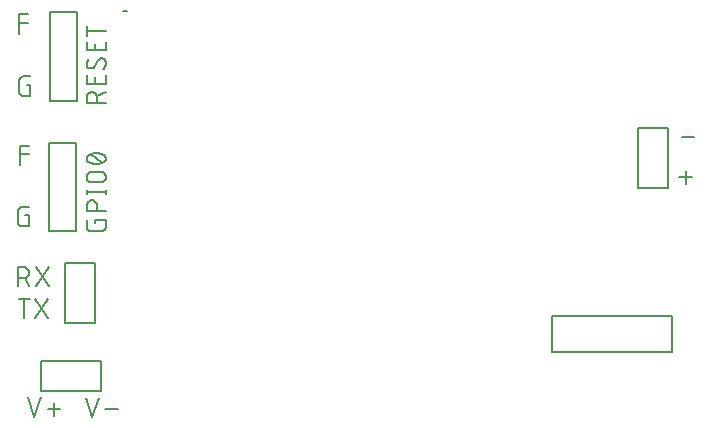
<source format=gbr>
G04 EAGLE Gerber X2 export*
%TF.Part,Single*%
%TF.FileFunction,Legend,Top,1*%
%TF.FilePolarity,Positive*%
%TF.GenerationSoftware,Autodesk,EAGLE,8.6.0*%
%TF.CreationDate,2018-07-05T08:20:44Z*%
G75*
%MOMM*%
%FSLAX34Y34*%
%LPD*%
%AMOC8*
5,1,8,0,0,1.08239X$1,22.5*%
G01*
%ADD10C,0.152400*%
%ADD11C,0.127000*%


D10*
X-373238Y-115738D02*
X-373238Y-99482D01*
X-368722Y-99482D01*
X-368589Y-99484D01*
X-368457Y-99490D01*
X-368325Y-99500D01*
X-368193Y-99513D01*
X-368061Y-99531D01*
X-367931Y-99552D01*
X-367800Y-99577D01*
X-367671Y-99606D01*
X-367543Y-99639D01*
X-367415Y-99675D01*
X-367289Y-99715D01*
X-367164Y-99759D01*
X-367040Y-99807D01*
X-366918Y-99858D01*
X-366797Y-99913D01*
X-366678Y-99971D01*
X-366560Y-100033D01*
X-366445Y-100098D01*
X-366331Y-100167D01*
X-366220Y-100238D01*
X-366111Y-100314D01*
X-366004Y-100392D01*
X-365899Y-100473D01*
X-365797Y-100558D01*
X-365697Y-100645D01*
X-365600Y-100735D01*
X-365505Y-100828D01*
X-365414Y-100924D01*
X-365325Y-101022D01*
X-365239Y-101123D01*
X-365156Y-101227D01*
X-365076Y-101333D01*
X-365000Y-101441D01*
X-364926Y-101551D01*
X-364856Y-101664D01*
X-364789Y-101778D01*
X-364726Y-101895D01*
X-364666Y-102013D01*
X-364609Y-102133D01*
X-364556Y-102255D01*
X-364507Y-102378D01*
X-364461Y-102502D01*
X-364419Y-102628D01*
X-364381Y-102755D01*
X-364346Y-102883D01*
X-364315Y-103012D01*
X-364288Y-103141D01*
X-364265Y-103272D01*
X-364245Y-103403D01*
X-364230Y-103535D01*
X-364218Y-103667D01*
X-364210Y-103799D01*
X-364206Y-103932D01*
X-364206Y-104064D01*
X-364210Y-104197D01*
X-364218Y-104329D01*
X-364230Y-104461D01*
X-364245Y-104593D01*
X-364265Y-104724D01*
X-364288Y-104855D01*
X-364315Y-104984D01*
X-364346Y-105113D01*
X-364381Y-105241D01*
X-364419Y-105368D01*
X-364461Y-105494D01*
X-364507Y-105618D01*
X-364556Y-105741D01*
X-364609Y-105863D01*
X-364666Y-105983D01*
X-364726Y-106101D01*
X-364789Y-106218D01*
X-364856Y-106332D01*
X-364926Y-106445D01*
X-365000Y-106555D01*
X-365076Y-106663D01*
X-365156Y-106769D01*
X-365239Y-106873D01*
X-365325Y-106974D01*
X-365414Y-107072D01*
X-365505Y-107168D01*
X-365600Y-107261D01*
X-365697Y-107351D01*
X-365797Y-107438D01*
X-365899Y-107523D01*
X-366004Y-107604D01*
X-366111Y-107682D01*
X-366220Y-107758D01*
X-366331Y-107829D01*
X-366445Y-107898D01*
X-366560Y-107963D01*
X-366678Y-108025D01*
X-366797Y-108083D01*
X-366918Y-108138D01*
X-367040Y-108189D01*
X-367164Y-108237D01*
X-367289Y-108281D01*
X-367415Y-108321D01*
X-367543Y-108357D01*
X-367671Y-108390D01*
X-367800Y-108419D01*
X-367931Y-108444D01*
X-368061Y-108465D01*
X-368193Y-108483D01*
X-368325Y-108496D01*
X-368457Y-108506D01*
X-368589Y-108512D01*
X-368722Y-108514D01*
X-368722Y-108513D02*
X-373238Y-108513D01*
X-367819Y-108513D02*
X-364207Y-115738D01*
X-358601Y-115738D02*
X-347764Y-99482D01*
X-358601Y-99482D02*
X-347764Y-115738D01*
X-368222Y-126482D02*
X-368222Y-142738D01*
X-372738Y-126482D02*
X-363707Y-126482D01*
X-348215Y-126482D02*
X-359052Y-142738D01*
X-348215Y-142738D02*
X-359052Y-126482D01*
X-315518Y39762D02*
X-299262Y39762D01*
X-315518Y39762D02*
X-315518Y44278D01*
X-315516Y44411D01*
X-315510Y44543D01*
X-315500Y44675D01*
X-315487Y44807D01*
X-315469Y44939D01*
X-315448Y45069D01*
X-315423Y45200D01*
X-315394Y45329D01*
X-315361Y45457D01*
X-315325Y45585D01*
X-315285Y45711D01*
X-315241Y45836D01*
X-315193Y45960D01*
X-315142Y46082D01*
X-315087Y46203D01*
X-315029Y46322D01*
X-314967Y46440D01*
X-314902Y46555D01*
X-314833Y46669D01*
X-314762Y46780D01*
X-314686Y46889D01*
X-314608Y46996D01*
X-314527Y47101D01*
X-314442Y47203D01*
X-314355Y47303D01*
X-314265Y47400D01*
X-314172Y47495D01*
X-314076Y47586D01*
X-313978Y47675D01*
X-313877Y47761D01*
X-313773Y47844D01*
X-313667Y47924D01*
X-313559Y48000D01*
X-313449Y48074D01*
X-313336Y48144D01*
X-313222Y48211D01*
X-313105Y48274D01*
X-312987Y48334D01*
X-312867Y48391D01*
X-312745Y48444D01*
X-312622Y48493D01*
X-312498Y48539D01*
X-312372Y48581D01*
X-312245Y48619D01*
X-312117Y48654D01*
X-311988Y48685D01*
X-311859Y48712D01*
X-311728Y48735D01*
X-311597Y48755D01*
X-311465Y48770D01*
X-311333Y48782D01*
X-311201Y48790D01*
X-311068Y48794D01*
X-310936Y48794D01*
X-310803Y48790D01*
X-310671Y48782D01*
X-310539Y48770D01*
X-310407Y48755D01*
X-310276Y48735D01*
X-310145Y48712D01*
X-310016Y48685D01*
X-309887Y48654D01*
X-309759Y48619D01*
X-309632Y48581D01*
X-309506Y48539D01*
X-309382Y48493D01*
X-309259Y48444D01*
X-309137Y48391D01*
X-309017Y48334D01*
X-308899Y48274D01*
X-308782Y48211D01*
X-308668Y48144D01*
X-308555Y48074D01*
X-308445Y48000D01*
X-308337Y47924D01*
X-308231Y47844D01*
X-308127Y47761D01*
X-308026Y47675D01*
X-307928Y47586D01*
X-307832Y47495D01*
X-307739Y47400D01*
X-307649Y47303D01*
X-307562Y47203D01*
X-307477Y47101D01*
X-307396Y46996D01*
X-307318Y46889D01*
X-307242Y46780D01*
X-307171Y46669D01*
X-307102Y46555D01*
X-307037Y46440D01*
X-306975Y46322D01*
X-306917Y46203D01*
X-306862Y46082D01*
X-306811Y45960D01*
X-306763Y45836D01*
X-306719Y45711D01*
X-306679Y45585D01*
X-306643Y45457D01*
X-306610Y45329D01*
X-306581Y45200D01*
X-306556Y45069D01*
X-306535Y44939D01*
X-306517Y44807D01*
X-306504Y44675D01*
X-306494Y44543D01*
X-306488Y44411D01*
X-306486Y44278D01*
X-306487Y44278D02*
X-306487Y39762D01*
X-306487Y45181D02*
X-299262Y48793D01*
X-299262Y55853D02*
X-299262Y63077D01*
X-299262Y55853D02*
X-315518Y55853D01*
X-315518Y63077D01*
X-308293Y61271D02*
X-308293Y55853D01*
X-299262Y73746D02*
X-299264Y73864D01*
X-299270Y73982D01*
X-299279Y74100D01*
X-299293Y74217D01*
X-299310Y74334D01*
X-299331Y74451D01*
X-299356Y74566D01*
X-299385Y74681D01*
X-299418Y74795D01*
X-299454Y74907D01*
X-299494Y75018D01*
X-299537Y75128D01*
X-299584Y75237D01*
X-299634Y75344D01*
X-299689Y75449D01*
X-299746Y75552D01*
X-299807Y75653D01*
X-299871Y75753D01*
X-299938Y75850D01*
X-300008Y75945D01*
X-300082Y76037D01*
X-300158Y76128D01*
X-300238Y76215D01*
X-300320Y76300D01*
X-300405Y76382D01*
X-300492Y76462D01*
X-300583Y76538D01*
X-300675Y76612D01*
X-300770Y76682D01*
X-300867Y76749D01*
X-300967Y76813D01*
X-301068Y76874D01*
X-301171Y76931D01*
X-301276Y76986D01*
X-301383Y77036D01*
X-301492Y77083D01*
X-301602Y77126D01*
X-301713Y77166D01*
X-301825Y77202D01*
X-301939Y77235D01*
X-302054Y77264D01*
X-302169Y77289D01*
X-302286Y77310D01*
X-302403Y77327D01*
X-302520Y77341D01*
X-302638Y77350D01*
X-302756Y77356D01*
X-302874Y77358D01*
X-299262Y73746D02*
X-299264Y73563D01*
X-299271Y73381D01*
X-299282Y73199D01*
X-299297Y73017D01*
X-299317Y72835D01*
X-299340Y72654D01*
X-299369Y72474D01*
X-299401Y72294D01*
X-299438Y72115D01*
X-299479Y71938D01*
X-299525Y71761D01*
X-299574Y71585D01*
X-299628Y71411D01*
X-299686Y71237D01*
X-299748Y71066D01*
X-299814Y70896D01*
X-299885Y70727D01*
X-299959Y70560D01*
X-300037Y70395D01*
X-300119Y70232D01*
X-300205Y70071D01*
X-300295Y69912D01*
X-300389Y69755D01*
X-300486Y69601D01*
X-300587Y69449D01*
X-300692Y69299D01*
X-300800Y69152D01*
X-300911Y69008D01*
X-301026Y68866D01*
X-301145Y68727D01*
X-301267Y68591D01*
X-301392Y68458D01*
X-301520Y68328D01*
X-311906Y68780D02*
X-312024Y68782D01*
X-312142Y68788D01*
X-312260Y68797D01*
X-312377Y68811D01*
X-312494Y68828D01*
X-312611Y68849D01*
X-312726Y68874D01*
X-312841Y68903D01*
X-312955Y68936D01*
X-313067Y68972D01*
X-313178Y69012D01*
X-313288Y69055D01*
X-313397Y69102D01*
X-313504Y69152D01*
X-313609Y69207D01*
X-313712Y69264D01*
X-313813Y69325D01*
X-313913Y69389D01*
X-314010Y69456D01*
X-314105Y69526D01*
X-314197Y69600D01*
X-314288Y69676D01*
X-314375Y69756D01*
X-314460Y69838D01*
X-314542Y69923D01*
X-314622Y70010D01*
X-314698Y70101D01*
X-314772Y70193D01*
X-314842Y70288D01*
X-314909Y70385D01*
X-314973Y70485D01*
X-315034Y70586D01*
X-315092Y70689D01*
X-315146Y70794D01*
X-315196Y70901D01*
X-315243Y71010D01*
X-315287Y71120D01*
X-315326Y71231D01*
X-315362Y71344D01*
X-315395Y71457D01*
X-315424Y71572D01*
X-315449Y71687D01*
X-315470Y71804D01*
X-315487Y71921D01*
X-315501Y72038D01*
X-315510Y72156D01*
X-315516Y72274D01*
X-315518Y72392D01*
X-315516Y72553D01*
X-315510Y72715D01*
X-315501Y72876D01*
X-315487Y73037D01*
X-315470Y73197D01*
X-315449Y73357D01*
X-315424Y73517D01*
X-315395Y73676D01*
X-315363Y73834D01*
X-315327Y73991D01*
X-315287Y74147D01*
X-315243Y74303D01*
X-315195Y74457D01*
X-315144Y74610D01*
X-315090Y74762D01*
X-315031Y74913D01*
X-314970Y75062D01*
X-314904Y75209D01*
X-314835Y75355D01*
X-314763Y75500D01*
X-314687Y75642D01*
X-314608Y75783D01*
X-314526Y75922D01*
X-314440Y76058D01*
X-314351Y76193D01*
X-314259Y76326D01*
X-314163Y76456D01*
X-308745Y70585D02*
X-308807Y70484D01*
X-308872Y70384D01*
X-308941Y70287D01*
X-309013Y70192D01*
X-309087Y70099D01*
X-309165Y70009D01*
X-309246Y69921D01*
X-309329Y69836D01*
X-309415Y69754D01*
X-309504Y69675D01*
X-309595Y69598D01*
X-309689Y69525D01*
X-309785Y69454D01*
X-309883Y69387D01*
X-309983Y69323D01*
X-310086Y69262D01*
X-310190Y69205D01*
X-310296Y69151D01*
X-310404Y69101D01*
X-310513Y69054D01*
X-310624Y69010D01*
X-310736Y68970D01*
X-310850Y68934D01*
X-310964Y68902D01*
X-311080Y68873D01*
X-311196Y68848D01*
X-311313Y68827D01*
X-311431Y68810D01*
X-311549Y68796D01*
X-311668Y68787D01*
X-311787Y68781D01*
X-311906Y68779D01*
X-306035Y75553D02*
X-305973Y75654D01*
X-305908Y75754D01*
X-305839Y75851D01*
X-305767Y75946D01*
X-305693Y76039D01*
X-305615Y76129D01*
X-305534Y76217D01*
X-305451Y76302D01*
X-305365Y76384D01*
X-305276Y76463D01*
X-305185Y76540D01*
X-305091Y76613D01*
X-304995Y76684D01*
X-304897Y76751D01*
X-304797Y76815D01*
X-304694Y76876D01*
X-304590Y76933D01*
X-304484Y76987D01*
X-304376Y77037D01*
X-304267Y77084D01*
X-304156Y77128D01*
X-304044Y77168D01*
X-303930Y77204D01*
X-303816Y77236D01*
X-303700Y77265D01*
X-303584Y77290D01*
X-303467Y77311D01*
X-303349Y77328D01*
X-303231Y77342D01*
X-303112Y77351D01*
X-302993Y77357D01*
X-302874Y77359D01*
X-306035Y75553D02*
X-308745Y70585D01*
X-299262Y83989D02*
X-299262Y91214D01*
X-299262Y83989D02*
X-315518Y83989D01*
X-315518Y91214D01*
X-308293Y89407D02*
X-308293Y83989D01*
X-315518Y100458D02*
X-299262Y100458D01*
X-315518Y95943D02*
X-315518Y104974D01*
X-308293Y-59707D02*
X-308293Y-62416D01*
X-308293Y-59707D02*
X-299262Y-59707D01*
X-299262Y-65126D01*
X-299264Y-65244D01*
X-299270Y-65362D01*
X-299279Y-65480D01*
X-299293Y-65597D01*
X-299310Y-65714D01*
X-299331Y-65831D01*
X-299356Y-65946D01*
X-299385Y-66061D01*
X-299418Y-66175D01*
X-299454Y-66287D01*
X-299494Y-66398D01*
X-299537Y-66508D01*
X-299584Y-66617D01*
X-299634Y-66724D01*
X-299689Y-66829D01*
X-299746Y-66932D01*
X-299807Y-67033D01*
X-299871Y-67133D01*
X-299938Y-67230D01*
X-300008Y-67325D01*
X-300082Y-67417D01*
X-300158Y-67508D01*
X-300238Y-67595D01*
X-300320Y-67680D01*
X-300405Y-67762D01*
X-300492Y-67842D01*
X-300583Y-67918D01*
X-300675Y-67992D01*
X-300770Y-68062D01*
X-300867Y-68129D01*
X-300967Y-68193D01*
X-301068Y-68254D01*
X-301171Y-68311D01*
X-301276Y-68366D01*
X-301383Y-68416D01*
X-301492Y-68463D01*
X-301602Y-68506D01*
X-301713Y-68546D01*
X-301825Y-68582D01*
X-301939Y-68615D01*
X-302054Y-68644D01*
X-302169Y-68669D01*
X-302286Y-68690D01*
X-302403Y-68707D01*
X-302520Y-68721D01*
X-302638Y-68730D01*
X-302756Y-68736D01*
X-302874Y-68738D01*
X-311906Y-68738D01*
X-312024Y-68736D01*
X-312142Y-68730D01*
X-312260Y-68721D01*
X-312377Y-68707D01*
X-312494Y-68690D01*
X-312611Y-68669D01*
X-312726Y-68644D01*
X-312841Y-68615D01*
X-312955Y-68582D01*
X-313067Y-68546D01*
X-313178Y-68506D01*
X-313288Y-68463D01*
X-313397Y-68416D01*
X-313504Y-68366D01*
X-313609Y-68312D01*
X-313712Y-68254D01*
X-313813Y-68193D01*
X-313913Y-68129D01*
X-314010Y-68062D01*
X-314105Y-67992D01*
X-314197Y-67918D01*
X-314288Y-67842D01*
X-314375Y-67762D01*
X-314460Y-67680D01*
X-314542Y-67595D01*
X-314622Y-67508D01*
X-314698Y-67417D01*
X-314772Y-67325D01*
X-314842Y-67230D01*
X-314909Y-67133D01*
X-314973Y-67033D01*
X-315034Y-66932D01*
X-315091Y-66829D01*
X-315145Y-66724D01*
X-315196Y-66617D01*
X-315243Y-66508D01*
X-315286Y-66398D01*
X-315326Y-66287D01*
X-315362Y-66175D01*
X-315395Y-66061D01*
X-315424Y-65946D01*
X-315449Y-65831D01*
X-315470Y-65714D01*
X-315487Y-65597D01*
X-315501Y-65480D01*
X-315510Y-65362D01*
X-315516Y-65244D01*
X-315518Y-65126D01*
X-315518Y-59707D01*
X-315518Y-51854D02*
X-299262Y-51854D01*
X-315518Y-51854D02*
X-315518Y-47338D01*
X-315516Y-47205D01*
X-315510Y-47073D01*
X-315500Y-46941D01*
X-315487Y-46809D01*
X-315469Y-46677D01*
X-315448Y-46547D01*
X-315423Y-46416D01*
X-315394Y-46287D01*
X-315361Y-46159D01*
X-315325Y-46031D01*
X-315285Y-45905D01*
X-315241Y-45780D01*
X-315193Y-45656D01*
X-315142Y-45534D01*
X-315087Y-45413D01*
X-315029Y-45294D01*
X-314967Y-45176D01*
X-314902Y-45061D01*
X-314833Y-44947D01*
X-314762Y-44836D01*
X-314686Y-44727D01*
X-314608Y-44620D01*
X-314527Y-44515D01*
X-314442Y-44413D01*
X-314355Y-44313D01*
X-314265Y-44216D01*
X-314172Y-44121D01*
X-314076Y-44030D01*
X-313978Y-43941D01*
X-313877Y-43855D01*
X-313773Y-43772D01*
X-313667Y-43692D01*
X-313559Y-43616D01*
X-313449Y-43542D01*
X-313336Y-43472D01*
X-313222Y-43405D01*
X-313105Y-43342D01*
X-312987Y-43282D01*
X-312867Y-43225D01*
X-312745Y-43172D01*
X-312622Y-43123D01*
X-312498Y-43077D01*
X-312372Y-43035D01*
X-312245Y-42997D01*
X-312117Y-42962D01*
X-311988Y-42931D01*
X-311859Y-42904D01*
X-311728Y-42881D01*
X-311597Y-42861D01*
X-311465Y-42846D01*
X-311333Y-42834D01*
X-311201Y-42826D01*
X-311068Y-42822D01*
X-310936Y-42822D01*
X-310803Y-42826D01*
X-310671Y-42834D01*
X-310539Y-42846D01*
X-310407Y-42861D01*
X-310276Y-42881D01*
X-310145Y-42904D01*
X-310016Y-42931D01*
X-309887Y-42962D01*
X-309759Y-42997D01*
X-309632Y-43035D01*
X-309506Y-43077D01*
X-309382Y-43123D01*
X-309259Y-43172D01*
X-309137Y-43225D01*
X-309017Y-43282D01*
X-308899Y-43342D01*
X-308782Y-43405D01*
X-308668Y-43472D01*
X-308555Y-43542D01*
X-308445Y-43616D01*
X-308337Y-43692D01*
X-308231Y-43772D01*
X-308127Y-43855D01*
X-308026Y-43941D01*
X-307928Y-44030D01*
X-307832Y-44121D01*
X-307739Y-44216D01*
X-307649Y-44313D01*
X-307562Y-44413D01*
X-307477Y-44515D01*
X-307396Y-44620D01*
X-307318Y-44727D01*
X-307242Y-44836D01*
X-307171Y-44947D01*
X-307102Y-45061D01*
X-307037Y-45176D01*
X-306975Y-45294D01*
X-306917Y-45413D01*
X-306862Y-45534D01*
X-306811Y-45656D01*
X-306763Y-45780D01*
X-306719Y-45905D01*
X-306679Y-46031D01*
X-306643Y-46159D01*
X-306610Y-46287D01*
X-306581Y-46416D01*
X-306556Y-46547D01*
X-306535Y-46677D01*
X-306517Y-46809D01*
X-306504Y-46941D01*
X-306494Y-47073D01*
X-306488Y-47205D01*
X-306486Y-47338D01*
X-306487Y-47338D02*
X-306487Y-51854D01*
X-299262Y-35565D02*
X-315518Y-35565D01*
X-299262Y-37371D02*
X-299262Y-33759D01*
X-315518Y-33759D02*
X-315518Y-37371D01*
X-311002Y-27576D02*
X-303778Y-27576D01*
X-311002Y-27576D02*
X-311135Y-27574D01*
X-311267Y-27568D01*
X-311399Y-27558D01*
X-311531Y-27545D01*
X-311663Y-27527D01*
X-311793Y-27506D01*
X-311924Y-27481D01*
X-312053Y-27452D01*
X-312181Y-27419D01*
X-312309Y-27383D01*
X-312435Y-27343D01*
X-312560Y-27299D01*
X-312684Y-27251D01*
X-312806Y-27200D01*
X-312927Y-27145D01*
X-313046Y-27087D01*
X-313164Y-27025D01*
X-313279Y-26960D01*
X-313393Y-26891D01*
X-313504Y-26820D01*
X-313613Y-26744D01*
X-313720Y-26666D01*
X-313825Y-26585D01*
X-313927Y-26500D01*
X-314027Y-26413D01*
X-314124Y-26323D01*
X-314219Y-26230D01*
X-314310Y-26134D01*
X-314399Y-26036D01*
X-314485Y-25935D01*
X-314568Y-25831D01*
X-314648Y-25725D01*
X-314724Y-25617D01*
X-314798Y-25507D01*
X-314868Y-25394D01*
X-314935Y-25280D01*
X-314998Y-25163D01*
X-315058Y-25045D01*
X-315115Y-24925D01*
X-315168Y-24803D01*
X-315217Y-24680D01*
X-315263Y-24556D01*
X-315305Y-24430D01*
X-315343Y-24303D01*
X-315378Y-24175D01*
X-315409Y-24046D01*
X-315436Y-23917D01*
X-315459Y-23786D01*
X-315479Y-23655D01*
X-315494Y-23523D01*
X-315506Y-23391D01*
X-315514Y-23259D01*
X-315518Y-23126D01*
X-315518Y-22994D01*
X-315514Y-22861D01*
X-315506Y-22729D01*
X-315494Y-22597D01*
X-315479Y-22465D01*
X-315459Y-22334D01*
X-315436Y-22203D01*
X-315409Y-22074D01*
X-315378Y-21945D01*
X-315343Y-21817D01*
X-315305Y-21690D01*
X-315263Y-21564D01*
X-315217Y-21440D01*
X-315168Y-21317D01*
X-315115Y-21195D01*
X-315058Y-21075D01*
X-314998Y-20957D01*
X-314935Y-20840D01*
X-314868Y-20726D01*
X-314798Y-20613D01*
X-314724Y-20503D01*
X-314648Y-20395D01*
X-314568Y-20289D01*
X-314485Y-20185D01*
X-314399Y-20084D01*
X-314310Y-19986D01*
X-314219Y-19890D01*
X-314124Y-19797D01*
X-314027Y-19707D01*
X-313927Y-19620D01*
X-313825Y-19535D01*
X-313720Y-19454D01*
X-313613Y-19376D01*
X-313504Y-19300D01*
X-313393Y-19229D01*
X-313279Y-19160D01*
X-313164Y-19095D01*
X-313046Y-19033D01*
X-312927Y-18975D01*
X-312806Y-18920D01*
X-312684Y-18869D01*
X-312560Y-18821D01*
X-312435Y-18777D01*
X-312309Y-18737D01*
X-312181Y-18701D01*
X-312053Y-18668D01*
X-311924Y-18639D01*
X-311793Y-18614D01*
X-311663Y-18593D01*
X-311531Y-18575D01*
X-311399Y-18562D01*
X-311267Y-18552D01*
X-311135Y-18546D01*
X-311002Y-18544D01*
X-311002Y-18545D02*
X-303778Y-18545D01*
X-303778Y-18544D02*
X-303645Y-18546D01*
X-303513Y-18552D01*
X-303381Y-18562D01*
X-303249Y-18575D01*
X-303117Y-18593D01*
X-302987Y-18614D01*
X-302856Y-18639D01*
X-302727Y-18668D01*
X-302599Y-18701D01*
X-302471Y-18737D01*
X-302345Y-18777D01*
X-302220Y-18821D01*
X-302096Y-18869D01*
X-301974Y-18920D01*
X-301853Y-18975D01*
X-301734Y-19033D01*
X-301616Y-19095D01*
X-301501Y-19160D01*
X-301387Y-19229D01*
X-301276Y-19300D01*
X-301167Y-19376D01*
X-301060Y-19454D01*
X-300955Y-19535D01*
X-300853Y-19620D01*
X-300753Y-19707D01*
X-300656Y-19797D01*
X-300561Y-19890D01*
X-300470Y-19986D01*
X-300381Y-20084D01*
X-300295Y-20185D01*
X-300212Y-20289D01*
X-300132Y-20395D01*
X-300056Y-20503D01*
X-299982Y-20613D01*
X-299912Y-20726D01*
X-299845Y-20840D01*
X-299782Y-20957D01*
X-299722Y-21075D01*
X-299665Y-21195D01*
X-299612Y-21317D01*
X-299563Y-21440D01*
X-299517Y-21564D01*
X-299475Y-21690D01*
X-299437Y-21817D01*
X-299402Y-21945D01*
X-299371Y-22074D01*
X-299344Y-22203D01*
X-299321Y-22334D01*
X-299301Y-22465D01*
X-299286Y-22597D01*
X-299274Y-22729D01*
X-299266Y-22861D01*
X-299262Y-22994D01*
X-299262Y-23126D01*
X-299266Y-23259D01*
X-299274Y-23391D01*
X-299286Y-23523D01*
X-299301Y-23655D01*
X-299321Y-23786D01*
X-299344Y-23917D01*
X-299371Y-24046D01*
X-299402Y-24175D01*
X-299437Y-24303D01*
X-299475Y-24430D01*
X-299517Y-24556D01*
X-299563Y-24680D01*
X-299612Y-24803D01*
X-299665Y-24925D01*
X-299722Y-25045D01*
X-299782Y-25163D01*
X-299845Y-25280D01*
X-299912Y-25394D01*
X-299982Y-25507D01*
X-300056Y-25617D01*
X-300132Y-25725D01*
X-300212Y-25831D01*
X-300295Y-25935D01*
X-300381Y-26036D01*
X-300470Y-26134D01*
X-300561Y-26230D01*
X-300656Y-26323D01*
X-300753Y-26413D01*
X-300853Y-26500D01*
X-300955Y-26585D01*
X-301060Y-26666D01*
X-301167Y-26744D01*
X-301276Y-26820D01*
X-301387Y-26891D01*
X-301501Y-26960D01*
X-301616Y-27025D01*
X-301734Y-27087D01*
X-301853Y-27145D01*
X-301974Y-27200D01*
X-302096Y-27251D01*
X-302220Y-27299D01*
X-302345Y-27343D01*
X-302471Y-27383D01*
X-302599Y-27419D01*
X-302727Y-27452D01*
X-302856Y-27481D01*
X-302987Y-27506D01*
X-303117Y-27527D01*
X-303249Y-27545D01*
X-303381Y-27558D01*
X-303513Y-27568D01*
X-303645Y-27574D01*
X-303778Y-27576D01*
X-307390Y-11944D02*
X-307710Y-11940D01*
X-308029Y-11929D01*
X-308349Y-11910D01*
X-308667Y-11883D01*
X-308985Y-11849D01*
X-309302Y-11807D01*
X-309618Y-11757D01*
X-309933Y-11700D01*
X-310246Y-11636D01*
X-310558Y-11564D01*
X-310868Y-11485D01*
X-311175Y-11398D01*
X-311481Y-11304D01*
X-311784Y-11203D01*
X-312085Y-11094D01*
X-312383Y-10979D01*
X-312679Y-10856D01*
X-312971Y-10726D01*
X-313260Y-10589D01*
X-313261Y-10590D02*
X-313369Y-10551D01*
X-313476Y-10508D01*
X-313581Y-10462D01*
X-313685Y-10411D01*
X-313787Y-10358D01*
X-313887Y-10301D01*
X-313985Y-10240D01*
X-314080Y-10176D01*
X-314174Y-10109D01*
X-314265Y-10038D01*
X-314354Y-9965D01*
X-314440Y-9888D01*
X-314523Y-9809D01*
X-314604Y-9727D01*
X-314682Y-9642D01*
X-314756Y-9554D01*
X-314828Y-9464D01*
X-314896Y-9372D01*
X-314962Y-9277D01*
X-315024Y-9180D01*
X-315082Y-9081D01*
X-315138Y-8979D01*
X-315189Y-8877D01*
X-315237Y-8772D01*
X-315282Y-8666D01*
X-315323Y-8558D01*
X-315360Y-8449D01*
X-315393Y-8339D01*
X-315422Y-8227D01*
X-315448Y-8115D01*
X-315470Y-8002D01*
X-315487Y-7888D01*
X-315501Y-7774D01*
X-315511Y-7659D01*
X-315517Y-7544D01*
X-315519Y-7429D01*
X-315518Y-7429D02*
X-315516Y-7314D01*
X-315510Y-7199D01*
X-315500Y-7084D01*
X-315486Y-6970D01*
X-315469Y-6856D01*
X-315447Y-6743D01*
X-315421Y-6631D01*
X-315392Y-6519D01*
X-315359Y-6409D01*
X-315322Y-6300D01*
X-315281Y-6192D01*
X-315236Y-6086D01*
X-315188Y-5982D01*
X-315137Y-5879D01*
X-315081Y-5778D01*
X-315023Y-5678D01*
X-314961Y-5581D01*
X-314896Y-5487D01*
X-314827Y-5394D01*
X-314755Y-5304D01*
X-314681Y-5216D01*
X-314603Y-5131D01*
X-314522Y-5049D01*
X-314439Y-4970D01*
X-314353Y-4893D01*
X-314264Y-4820D01*
X-314173Y-4749D01*
X-314079Y-4682D01*
X-313984Y-4618D01*
X-313886Y-4557D01*
X-313786Y-4500D01*
X-313684Y-4447D01*
X-313580Y-4396D01*
X-313475Y-4350D01*
X-313368Y-4307D01*
X-313260Y-4268D01*
X-313260Y-4269D02*
X-312971Y-4132D01*
X-312679Y-4002D01*
X-312383Y-3879D01*
X-312085Y-3764D01*
X-311784Y-3655D01*
X-311481Y-3554D01*
X-311175Y-3460D01*
X-310868Y-3373D01*
X-310558Y-3294D01*
X-310246Y-3222D01*
X-309933Y-3158D01*
X-309618Y-3101D01*
X-309302Y-3051D01*
X-308985Y-3009D01*
X-308667Y-2975D01*
X-308349Y-2948D01*
X-308029Y-2929D01*
X-307710Y-2918D01*
X-307390Y-2914D01*
X-307390Y-11944D02*
X-307070Y-11940D01*
X-306751Y-11929D01*
X-306431Y-11910D01*
X-306113Y-11883D01*
X-305795Y-11849D01*
X-305478Y-11807D01*
X-305162Y-11757D01*
X-304847Y-11700D01*
X-304534Y-11636D01*
X-304222Y-11564D01*
X-303912Y-11485D01*
X-303605Y-11398D01*
X-303299Y-11304D01*
X-302996Y-11203D01*
X-302695Y-11094D01*
X-302397Y-10979D01*
X-302101Y-10856D01*
X-301809Y-10726D01*
X-301520Y-10589D01*
X-301520Y-10590D02*
X-301412Y-10551D01*
X-301305Y-10508D01*
X-301200Y-10462D01*
X-301096Y-10411D01*
X-300994Y-10358D01*
X-300894Y-10301D01*
X-300796Y-10240D01*
X-300701Y-10176D01*
X-300607Y-10109D01*
X-300516Y-10038D01*
X-300427Y-9965D01*
X-300341Y-9888D01*
X-300258Y-9809D01*
X-300177Y-9727D01*
X-300099Y-9642D01*
X-300025Y-9554D01*
X-299953Y-9464D01*
X-299884Y-9371D01*
X-299819Y-9277D01*
X-299757Y-9180D01*
X-299699Y-9080D01*
X-299643Y-8979D01*
X-299592Y-8877D01*
X-299544Y-8772D01*
X-299499Y-8666D01*
X-299458Y-8558D01*
X-299421Y-8449D01*
X-299388Y-8339D01*
X-299359Y-8227D01*
X-299333Y-8115D01*
X-299311Y-8002D01*
X-299294Y-7888D01*
X-299280Y-7774D01*
X-299270Y-7659D01*
X-299264Y-7544D01*
X-299262Y-7429D01*
X-301520Y-4269D02*
X-301809Y-4132D01*
X-302101Y-4002D01*
X-302397Y-3879D01*
X-302695Y-3764D01*
X-302996Y-3655D01*
X-303299Y-3554D01*
X-303605Y-3460D01*
X-303912Y-3373D01*
X-304222Y-3294D01*
X-304534Y-3222D01*
X-304847Y-3158D01*
X-305162Y-3101D01*
X-305478Y-3051D01*
X-305795Y-3009D01*
X-306113Y-2975D01*
X-306431Y-2948D01*
X-306751Y-2929D01*
X-307070Y-2918D01*
X-307390Y-2914D01*
X-301520Y-4268D02*
X-301412Y-4307D01*
X-301305Y-4350D01*
X-301200Y-4396D01*
X-301096Y-4447D01*
X-300994Y-4500D01*
X-300894Y-4558D01*
X-300796Y-4618D01*
X-300701Y-4682D01*
X-300607Y-4749D01*
X-300516Y-4820D01*
X-300427Y-4893D01*
X-300341Y-4970D01*
X-300258Y-5049D01*
X-300177Y-5131D01*
X-300099Y-5216D01*
X-300025Y-5304D01*
X-299953Y-5394D01*
X-299884Y-5487D01*
X-299819Y-5581D01*
X-299757Y-5678D01*
X-299699Y-5778D01*
X-299643Y-5879D01*
X-299592Y-5982D01*
X-299544Y-6086D01*
X-299499Y-6192D01*
X-299458Y-6300D01*
X-299421Y-6409D01*
X-299388Y-6519D01*
X-299359Y-6631D01*
X-299333Y-6743D01*
X-299311Y-6856D01*
X-299294Y-6970D01*
X-299280Y-7084D01*
X-299270Y-7199D01*
X-299264Y-7314D01*
X-299262Y-7429D01*
X-302874Y-11041D02*
X-311906Y-3817D01*
X-363707Y54793D02*
X-366416Y54793D01*
X-363707Y54793D02*
X-363707Y45762D01*
X-369126Y45762D01*
X-369244Y45764D01*
X-369362Y45770D01*
X-369480Y45779D01*
X-369597Y45793D01*
X-369714Y45810D01*
X-369831Y45831D01*
X-369946Y45856D01*
X-370061Y45885D01*
X-370175Y45918D01*
X-370287Y45954D01*
X-370398Y45994D01*
X-370508Y46037D01*
X-370617Y46084D01*
X-370724Y46134D01*
X-370829Y46189D01*
X-370932Y46246D01*
X-371033Y46307D01*
X-371133Y46371D01*
X-371230Y46438D01*
X-371325Y46508D01*
X-371417Y46582D01*
X-371508Y46658D01*
X-371595Y46738D01*
X-371680Y46820D01*
X-371762Y46905D01*
X-371842Y46992D01*
X-371918Y47083D01*
X-371992Y47175D01*
X-372062Y47270D01*
X-372129Y47367D01*
X-372193Y47467D01*
X-372254Y47568D01*
X-372311Y47671D01*
X-372366Y47776D01*
X-372416Y47883D01*
X-372463Y47992D01*
X-372506Y48102D01*
X-372546Y48213D01*
X-372582Y48325D01*
X-372615Y48439D01*
X-372644Y48554D01*
X-372669Y48669D01*
X-372690Y48786D01*
X-372707Y48903D01*
X-372721Y49020D01*
X-372730Y49138D01*
X-372736Y49256D01*
X-372738Y49374D01*
X-372738Y58406D01*
X-372736Y58524D01*
X-372730Y58642D01*
X-372721Y58760D01*
X-372707Y58877D01*
X-372690Y58994D01*
X-372669Y59111D01*
X-372644Y59226D01*
X-372615Y59341D01*
X-372582Y59455D01*
X-372546Y59567D01*
X-372506Y59678D01*
X-372463Y59788D01*
X-372416Y59897D01*
X-372366Y60004D01*
X-372311Y60109D01*
X-372254Y60212D01*
X-372193Y60313D01*
X-372129Y60413D01*
X-372062Y60510D01*
X-371992Y60605D01*
X-371918Y60697D01*
X-371842Y60788D01*
X-371762Y60875D01*
X-371680Y60960D01*
X-371595Y61042D01*
X-371508Y61122D01*
X-371417Y61198D01*
X-371325Y61272D01*
X-371230Y61342D01*
X-371133Y61409D01*
X-371033Y61473D01*
X-370932Y61534D01*
X-370829Y61591D01*
X-370724Y61646D01*
X-370617Y61696D01*
X-370508Y61743D01*
X-370398Y61786D01*
X-370287Y61826D01*
X-370175Y61862D01*
X-370061Y61895D01*
X-369946Y61924D01*
X-369831Y61949D01*
X-369714Y61970D01*
X-369597Y61987D01*
X-369480Y62001D01*
X-369362Y62010D01*
X-369244Y62016D01*
X-369126Y62018D01*
X-363707Y62018D01*
X-364707Y-55707D02*
X-367416Y-55707D01*
X-364707Y-55707D02*
X-364707Y-64738D01*
X-370126Y-64738D01*
X-370244Y-64736D01*
X-370362Y-64730D01*
X-370480Y-64721D01*
X-370597Y-64707D01*
X-370714Y-64690D01*
X-370831Y-64669D01*
X-370946Y-64644D01*
X-371061Y-64615D01*
X-371175Y-64582D01*
X-371287Y-64546D01*
X-371398Y-64506D01*
X-371508Y-64463D01*
X-371617Y-64416D01*
X-371724Y-64366D01*
X-371829Y-64311D01*
X-371932Y-64254D01*
X-372033Y-64193D01*
X-372133Y-64129D01*
X-372230Y-64062D01*
X-372325Y-63992D01*
X-372417Y-63918D01*
X-372508Y-63842D01*
X-372595Y-63762D01*
X-372680Y-63680D01*
X-372762Y-63595D01*
X-372842Y-63508D01*
X-372918Y-63417D01*
X-372992Y-63325D01*
X-373062Y-63230D01*
X-373129Y-63133D01*
X-373193Y-63033D01*
X-373254Y-62932D01*
X-373311Y-62829D01*
X-373366Y-62724D01*
X-373416Y-62617D01*
X-373463Y-62508D01*
X-373506Y-62398D01*
X-373546Y-62287D01*
X-373582Y-62175D01*
X-373615Y-62061D01*
X-373644Y-61946D01*
X-373669Y-61831D01*
X-373690Y-61714D01*
X-373707Y-61597D01*
X-373721Y-61480D01*
X-373730Y-61362D01*
X-373736Y-61244D01*
X-373738Y-61126D01*
X-373738Y-52094D01*
X-373739Y-52094D02*
X-373737Y-51976D01*
X-373731Y-51858D01*
X-373722Y-51740D01*
X-373708Y-51622D01*
X-373691Y-51505D01*
X-373670Y-51389D01*
X-373645Y-51274D01*
X-373616Y-51159D01*
X-373583Y-51045D01*
X-373547Y-50933D01*
X-373507Y-50821D01*
X-373464Y-50711D01*
X-373417Y-50603D01*
X-373366Y-50496D01*
X-373312Y-50391D01*
X-373255Y-50288D01*
X-373194Y-50186D01*
X-373130Y-50087D01*
X-373063Y-49990D01*
X-372992Y-49895D01*
X-372919Y-49802D01*
X-372842Y-49712D01*
X-372763Y-49624D01*
X-372681Y-49539D01*
X-372596Y-49457D01*
X-372508Y-49378D01*
X-372418Y-49301D01*
X-372325Y-49228D01*
X-372231Y-49157D01*
X-372133Y-49090D01*
X-372034Y-49026D01*
X-371933Y-48965D01*
X-371829Y-48908D01*
X-371724Y-48854D01*
X-371617Y-48803D01*
X-371509Y-48756D01*
X-371399Y-48713D01*
X-371287Y-48673D01*
X-371175Y-48637D01*
X-371061Y-48604D01*
X-370946Y-48575D01*
X-370831Y-48550D01*
X-370715Y-48529D01*
X-370598Y-48512D01*
X-370480Y-48498D01*
X-370362Y-48489D01*
X-370244Y-48483D01*
X-370126Y-48481D01*
X-370126Y-48482D02*
X-364707Y-48482D01*
X-372738Y98262D02*
X-372738Y114518D01*
X-365513Y114518D01*
X-365513Y107293D02*
X-372738Y107293D01*
X-371738Y3518D02*
X-371738Y-12738D01*
X-371738Y3518D02*
X-364513Y3518D01*
X-364513Y-3707D02*
X-371738Y-3707D01*
X186262Y-23416D02*
X197099Y-23416D01*
X191681Y-28835D02*
X191681Y-17998D01*
X188262Y10584D02*
X199099Y10584D01*
X-365273Y-209762D02*
X-359854Y-226018D01*
X-354435Y-209762D01*
X-348599Y-219696D02*
X-337762Y-219696D01*
X-343181Y-214278D02*
X-343181Y-225115D01*
X-316238Y-209982D02*
X-310819Y-226238D01*
X-305401Y-209982D01*
X-299565Y-219916D02*
X-288727Y-219916D01*
D11*
X-284500Y117500D02*
X-281500Y117500D01*
X-303100Y-179300D02*
X-353900Y-179300D01*
X-353900Y-204700D01*
X-303100Y-204700D01*
X-303100Y-179300D01*
X151300Y-32400D02*
X151300Y18400D01*
X151300Y-32400D02*
X176700Y-32400D01*
X176700Y18400D01*
X151300Y18400D01*
X78500Y-141000D02*
X78500Y-171000D01*
X180500Y-171000D01*
X180500Y-141000D01*
X78500Y-141000D01*
X-334200Y-146900D02*
X-334200Y-96100D01*
X-334200Y-146900D02*
X-308800Y-146900D01*
X-308800Y-96100D01*
X-334200Y-96100D01*
X-324500Y6000D02*
X-347000Y6000D01*
X-324500Y6000D02*
X-324500Y-69000D01*
X-347000Y-69000D01*
X-347000Y6000D01*
X-346500Y116500D02*
X-324000Y116500D01*
X-324000Y41500D01*
X-346500Y41500D01*
X-346500Y116500D01*
M02*

</source>
